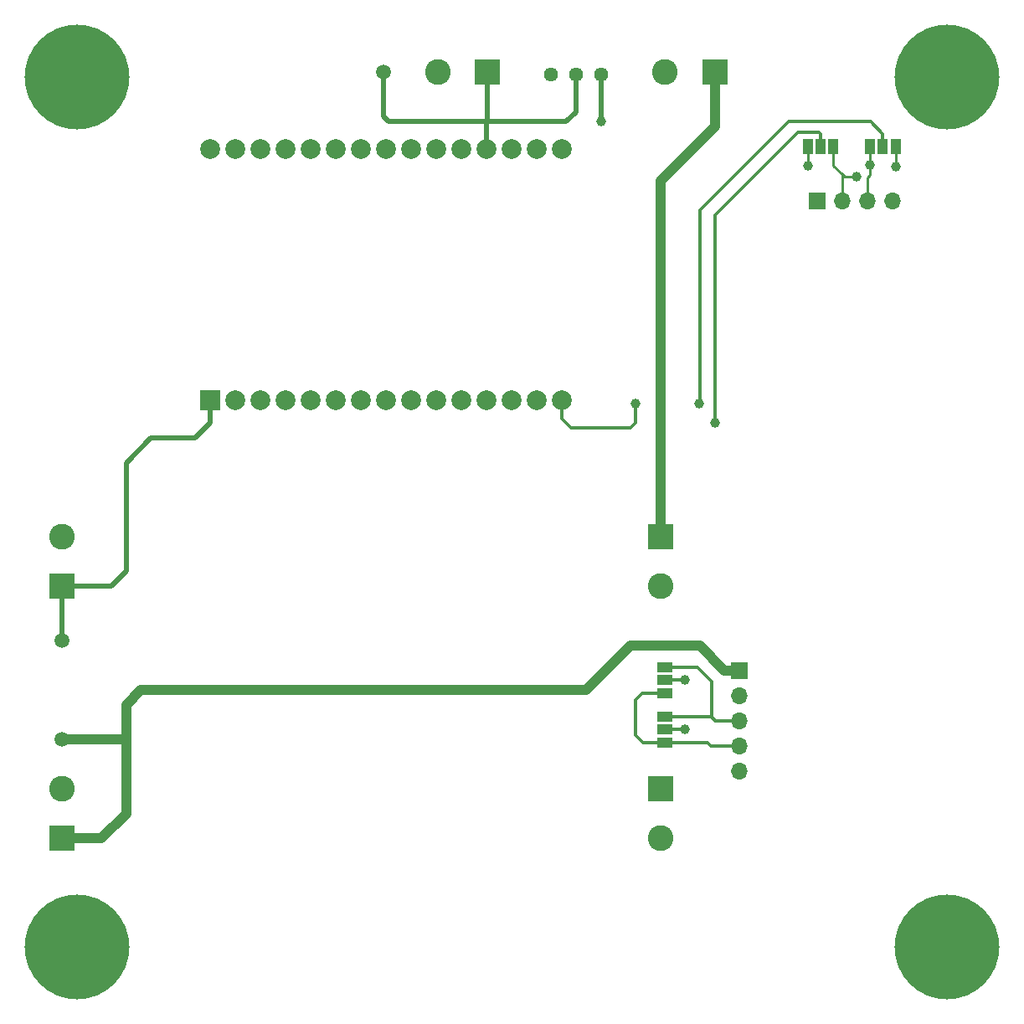
<source format=gbr>
%TF.GenerationSoftware,KiCad,Pcbnew,8.0.7*%
%TF.CreationDate,2025-03-24T14:38:58+07:00*%
%TF.ProjectId,esp32_getstok_testing,65737033-325f-4676-9574-73746f6b5f74,rev?*%
%TF.SameCoordinates,Original*%
%TF.FileFunction,Copper,L1,Top*%
%TF.FilePolarity,Positive*%
%FSLAX46Y46*%
G04 Gerber Fmt 4.6, Leading zero omitted, Abs format (unit mm)*
G04 Created by KiCad (PCBNEW 8.0.7) date 2025-03-24 14:38:58*
%MOMM*%
%LPD*%
G01*
G04 APERTURE LIST*
%TA.AperFunction,ComponentPad*%
%ADD10R,2.600000X2.600000*%
%TD*%
%TA.AperFunction,ComponentPad*%
%ADD11C,2.600000*%
%TD*%
%TA.AperFunction,ComponentPad*%
%ADD12C,10.600000*%
%TD*%
%TA.AperFunction,ComponentPad*%
%ADD13R,2.000000X2.000000*%
%TD*%
%TA.AperFunction,ComponentPad*%
%ADD14C,2.000000*%
%TD*%
%TA.AperFunction,SMDPad,CuDef*%
%ADD15C,1.500000*%
%TD*%
%TA.AperFunction,ComponentPad*%
%ADD16R,1.700000X1.700000*%
%TD*%
%TA.AperFunction,ComponentPad*%
%ADD17O,1.700000X1.700000*%
%TD*%
%TA.AperFunction,SMDPad,CuDef*%
%ADD18R,1.000000X1.500000*%
%TD*%
%TA.AperFunction,ComponentPad*%
%ADD19C,1.440000*%
%TD*%
%TA.AperFunction,SMDPad,CuDef*%
%ADD20R,1.500000X1.000000*%
%TD*%
%TA.AperFunction,ViaPad*%
%ADD21C,1.000000*%
%TD*%
%TA.AperFunction,Conductor*%
%ADD22C,0.300000*%
%TD*%
%TA.AperFunction,Conductor*%
%ADD23C,0.254000*%
%TD*%
%TA.AperFunction,Conductor*%
%ADD24C,0.500000*%
%TD*%
%TA.AperFunction,Conductor*%
%ADD25C,1.000000*%
%TD*%
G04 APERTURE END LIST*
D10*
%TO.P,J1,1,Pin_1*%
%TO.N,/Vin*%
X235500000Y-55500000D03*
D11*
%TO.P,J1,2,Pin_2*%
%TO.N,GND*%
X230500000Y-55500000D03*
%TD*%
D12*
%TO.P,H7,1,1*%
%TO.N,GND*%
X259000000Y-144000000D03*
%TD*%
%TO.P,H8,1,1*%
%TO.N,GND*%
X171000000Y-144000000D03*
%TD*%
D10*
%TO.P,J6,1,Pin_1*%
%TO.N,+4V*%
X169500000Y-133000000D03*
D11*
%TO.P,J6,2,Pin_2*%
%TO.N,GND*%
X169500000Y-128000000D03*
%TD*%
D10*
%TO.P,J9,1,Pin_1*%
%TO.N,+3.3V*%
X169500000Y-107500000D03*
D11*
%TO.P,J9,2,Pin_2*%
%TO.N,GND*%
X169500000Y-102500000D03*
%TD*%
D10*
%TO.P,J8,1,Pin_1*%
%TO.N,/Vin*%
X230000000Y-102500000D03*
D11*
%TO.P,J8,2,Pin_2*%
%TO.N,GND*%
X230000000Y-107500000D03*
%TD*%
D13*
%TO.P,U1,1,3V3*%
%TO.N,+3.3V*%
X184485000Y-88700000D03*
D14*
%TO.P,U1,2,GND*%
%TO.N,GND*%
X187025000Y-88700000D03*
%TO.P,U1,3,D15*%
%TO.N,unconnected-(U1-D15-Pad3)*%
X189565000Y-88700000D03*
%TO.P,U1,4,D2*%
%TO.N,unconnected-(U1-D2-Pad4)*%
X192105000Y-88700000D03*
%TO.P,U1,5,D4*%
%TO.N,unconnected-(U1-D4-Pad5)*%
X194645000Y-88700000D03*
%TO.P,U1,6,RX2*%
%TO.N,/RX2*%
X197185000Y-88700000D03*
%TO.P,U1,7,TX2*%
%TO.N,/TX2*%
X199725000Y-88700000D03*
%TO.P,U1,8,D5*%
%TO.N,unconnected-(U1-D5-Pad8)*%
X202265000Y-88700000D03*
%TO.P,U1,9,D18*%
%TO.N,unconnected-(U1-D18-Pad9)*%
X204805000Y-88700000D03*
%TO.P,U1,10,D19*%
%TO.N,unconnected-(U1-D19-Pad10)*%
X207345000Y-88700000D03*
%TO.P,U1,11,D21*%
%TO.N,unconnected-(U1-D21-Pad11)*%
X209885000Y-88700000D03*
%TO.P,U1,12,RX0*%
%TO.N,unconnected-(U1-RX0-Pad12)*%
X212425000Y-88700000D03*
%TO.P,U1,13,TX0*%
%TO.N,unconnected-(U1-TX0-Pad13)*%
X214965000Y-88700000D03*
%TO.P,U1,14,D22*%
%TO.N,/GPIO22*%
X217505000Y-88700000D03*
%TO.P,U1,15,D23*%
%TO.N,/GPIO23*%
X220045000Y-88700000D03*
%TO.P,U1,16,EN*%
%TO.N,unconnected-(U1-EN-Pad16)*%
X220045000Y-63300000D03*
%TO.P,U1,17,VP*%
%TO.N,unconnected-(U1-VP-Pad17)*%
X217505000Y-63300000D03*
%TO.P,U1,18,VN*%
%TO.N,unconnected-(U1-VN-Pad18)*%
X214965000Y-63300000D03*
%TO.P,U1,19,D34*%
%TO.N,/ADC_IN*%
X212425000Y-63300000D03*
%TO.P,U1,20,D35*%
%TO.N,unconnected-(U1-D35-Pad20)*%
X209885000Y-63300000D03*
%TO.P,U1,21,D32*%
%TO.N,unconnected-(U1-D32-Pad21)*%
X207345000Y-63300000D03*
%TO.P,U1,22,D33*%
%TO.N,unconnected-(U1-D33-Pad22)*%
X204805000Y-63300000D03*
%TO.P,U1,23,D25*%
%TO.N,unconnected-(U1-D25-Pad23)*%
X202265000Y-63300000D03*
%TO.P,U1,24,D26*%
%TO.N,unconnected-(U1-D26-Pad24)*%
X199725000Y-63300000D03*
%TO.P,U1,25,D27*%
%TO.N,unconnected-(U1-D27-Pad25)*%
X197185000Y-63300000D03*
%TO.P,U1,26,D14*%
%TO.N,unconnected-(U1-D14-Pad26)*%
X194645000Y-63300000D03*
%TO.P,U1,27,D12*%
%TO.N,unconnected-(U1-D12-Pad27)*%
X192105000Y-63300000D03*
%TO.P,U1,28,D13*%
%TO.N,unconnected-(U1-D13-Pad28)*%
X189565000Y-63300000D03*
%TO.P,U1,29,GND*%
%TO.N,GND*%
X187025000Y-63300000D03*
%TO.P,U1,30,VIN*%
%TO.N,unconnected-(U1-VIN-Pad30)*%
X184485000Y-63300000D03*
%TD*%
D15*
%TO.P,TP3,1,1*%
%TO.N,+4V*%
X169500000Y-123000000D03*
%TD*%
D10*
%TO.P,J4,1,Pin_1*%
%TO.N,/Vin*%
X230000000Y-128000000D03*
D11*
%TO.P,J4,2,Pin_2*%
%TO.N,GND*%
X230000000Y-133000000D03*
%TD*%
D16*
%TO.P,J7,1,Pin_1*%
%TO.N,+3.3V*%
X245880000Y-68500000D03*
D17*
%TO.P,J7,2,Pin_2*%
%TO.N,/RX_GPS*%
X248420000Y-68500000D03*
%TO.P,J7,3,Pin_3*%
%TO.N,/TX_GPS*%
X250960000Y-68500000D03*
%TO.P,J7,4,Pin_4*%
%TO.N,GND*%
X253500000Y-68500000D03*
%TD*%
D18*
%TO.P,JP4,1,A*%
%TO.N,/TX_GPS*%
X251200000Y-63000000D03*
%TO.P,JP4,2,C*%
%TO.N,/GPIO23*%
X252500000Y-63000000D03*
%TO.P,JP4,3,B*%
%TO.N,/RX_GPS*%
X253800000Y-63000000D03*
%TD*%
D19*
%TO.P,RV1,1,1*%
%TO.N,+3.3V*%
X224000000Y-55725000D03*
%TO.P,RV1,2,2*%
%TO.N,/ADC_IN*%
X221460000Y-55725000D03*
%TO.P,RV1,3,3*%
%TO.N,unconnected-(RV1-Pad3)*%
X218920000Y-55725000D03*
%TD*%
D10*
%TO.P,J2,1,Pin_1*%
%TO.N,/ADC_IN*%
X212500000Y-55500000D03*
D11*
%TO.P,J2,2,Pin_2*%
%TO.N,GND*%
X207500000Y-55500000D03*
%TD*%
D18*
%TO.P,JP3,1,A*%
%TO.N,/TX_GPS*%
X244900000Y-63000000D03*
%TO.P,JP3,2,C*%
%TO.N,/GPIO22*%
X246200000Y-63000000D03*
%TO.P,JP3,3,B*%
%TO.N,/RX_GPS*%
X247500000Y-63000000D03*
%TD*%
D15*
%TO.P,TP2,1,1*%
%TO.N,+3.3V*%
X169500000Y-113000000D03*
%TD*%
%TO.P,TP1,1,1*%
%TO.N,/ADC_IN*%
X202000000Y-55500000D03*
%TD*%
D16*
%TO.P,J10,1,Pin_1*%
%TO.N,+4V*%
X238000000Y-116000000D03*
D17*
%TO.P,J10,2,Pin_2*%
%TO.N,unconnected-(J10-Pin_2-Pad2)*%
X238000000Y-118540000D03*
%TO.P,J10,3,Pin_3*%
%TO.N,/RX_SIM*%
X238000000Y-121080000D03*
%TO.P,J10,4,Pin_4*%
%TO.N,/TX_SIM*%
X238000000Y-123620000D03*
%TO.P,J10,5,Pin_5*%
%TO.N,GND*%
X238000000Y-126160000D03*
%TD*%
D12*
%TO.P,H5,1,1*%
%TO.N,GND*%
X171000000Y-56000000D03*
%TD*%
D20*
%TO.P,JP2,1,A*%
%TO.N,/TX_SIM*%
X230500000Y-123300000D03*
%TO.P,JP2,2,C*%
%TO.N,/TX2*%
X230500000Y-122000000D03*
%TO.P,JP2,3,B*%
%TO.N,/RX_SIM*%
X230500000Y-120700000D03*
%TD*%
D12*
%TO.P,H6,1,1*%
%TO.N,GND*%
X259000000Y-56000000D03*
%TD*%
D20*
%TO.P,JP1,1,A*%
%TO.N,/TX_SIM*%
X230500000Y-118300000D03*
%TO.P,JP1,2,C*%
%TO.N,/RX2*%
X230500000Y-117000000D03*
%TO.P,JP1,3,B*%
%TO.N,/RX_SIM*%
X230500000Y-115700000D03*
%TD*%
D21*
%TO.N,/RX2*%
X232500000Y-117000000D03*
%TO.N,/TX2*%
X232500000Y-122000000D03*
%TO.N,/GPIO22*%
X235500000Y-91000000D03*
%TO.N,/GPIO23*%
X233950000Y-89050000D03*
X227500000Y-89050000D03*
%TO.N,/RX_GPS*%
X253800000Y-65100000D03*
X249826333Y-66085000D03*
%TO.N,/TX_GPS*%
X244900000Y-64950000D03*
X251200000Y-64900000D03*
%TO.N,+3.3V*%
X224000000Y-60500000D03*
%TD*%
D22*
%TO.N,/RX2*%
X230500000Y-117000000D02*
X232500000Y-117000000D01*
%TO.N,/TX2*%
X230500000Y-122000000D02*
X232500000Y-122000000D01*
%TO.N,/GPIO22*%
X235500000Y-70000000D02*
X235500000Y-91000000D01*
X246200000Y-61734000D02*
X246058000Y-61592000D01*
X246058000Y-61592000D02*
X243908000Y-61592000D01*
X246200000Y-63000000D02*
X246200000Y-61734000D01*
X243908000Y-61592000D02*
X235500000Y-70000000D01*
%TO.N,/GPIO23*%
X233950000Y-89050000D02*
X234000000Y-89000000D01*
X243000000Y-60500000D02*
X251266000Y-60500000D01*
X234000000Y-89000000D02*
X234000000Y-69500000D01*
X251266000Y-60500000D02*
X252500000Y-61734000D01*
X252500000Y-61734000D02*
X252500000Y-63000000D01*
X234000000Y-69500000D02*
X243000000Y-60500000D01*
X227500000Y-89050000D02*
X227500000Y-91000000D01*
D23*
%TO.N,/RX_GPS*%
X253800000Y-65100000D02*
X253800000Y-63000000D01*
X248420000Y-65870000D02*
X248635000Y-66085000D01*
X248635000Y-66085000D02*
X249826333Y-66085000D01*
X248420000Y-65870000D02*
X248420000Y-68500000D01*
X247500000Y-64950000D02*
X248420000Y-65870000D01*
X247500000Y-63000000D02*
X247500000Y-64950000D01*
%TO.N,/TX_GPS*%
X250960000Y-66140000D02*
X250960000Y-68500000D01*
X251200000Y-65900000D02*
X250960000Y-66140000D01*
X251200000Y-64900000D02*
X251200000Y-65900000D01*
X251200000Y-64900000D02*
X251200000Y-63000000D01*
X244900000Y-63000000D02*
X244900000Y-64950000D01*
D24*
%TO.N,+3.3V*%
X224000000Y-55725000D02*
X224000000Y-60500000D01*
D25*
%TO.N,/Vin*%
X230000000Y-66500000D02*
X230000000Y-102500000D01*
X235500000Y-61000000D02*
X230000000Y-66500000D01*
X235500000Y-55500000D02*
X235500000Y-61000000D01*
D24*
%TO.N,/ADC_IN*%
X220500000Y-60500000D02*
X221460000Y-59540000D01*
X202000000Y-55500000D02*
X202000000Y-60000000D01*
X212500000Y-60500000D02*
X220500000Y-60500000D01*
X202000000Y-60000000D02*
X202500000Y-60500000D01*
X212500000Y-60500000D02*
X212425000Y-60575000D01*
X212425000Y-60575000D02*
X212425000Y-63300000D01*
X221460000Y-59540000D02*
X221460000Y-55725000D01*
X212500000Y-60500000D02*
X212500000Y-55500000D01*
X202500000Y-60500000D02*
X212500000Y-60500000D01*
%TO.N,+3.3V*%
X184485000Y-91015000D02*
X184485000Y-88700000D01*
X174500000Y-107500000D02*
X176000000Y-106000000D01*
X178500000Y-92500000D02*
X183000000Y-92500000D01*
X183000000Y-92500000D02*
X184485000Y-91015000D01*
X169500000Y-107500000D02*
X174500000Y-107500000D01*
X169500000Y-107500000D02*
X169500000Y-113000000D01*
X176000000Y-95000000D02*
X178500000Y-92500000D01*
X176000000Y-106000000D02*
X176000000Y-95000000D01*
D22*
%TO.N,/RX_SIM*%
X231767246Y-115701246D02*
X233767617Y-115701246D01*
X235200000Y-120700000D02*
X230500000Y-120700000D01*
X238000000Y-121080000D02*
X235580000Y-121080000D01*
X231766000Y-115700000D02*
X231767246Y-115701246D01*
X230500000Y-115700000D02*
X231766000Y-115700000D01*
X235200000Y-117133629D02*
X235200000Y-120700000D01*
X235580000Y-121080000D02*
X235200000Y-120700000D01*
X233767617Y-115701246D02*
X235200000Y-117133629D01*
D25*
%TO.N,+4V*%
X234000000Y-113500000D02*
X227000000Y-113500000D01*
X176000000Y-119500000D02*
X176000000Y-123000000D01*
X222500000Y-118000000D02*
X177500000Y-118000000D01*
X169500000Y-123000000D02*
X176000000Y-123000000D01*
X227000000Y-113500000D02*
X222500000Y-118000000D01*
X177500000Y-118000000D02*
X176000000Y-119500000D01*
X176000000Y-123000000D02*
X176000000Y-130500000D01*
X238000000Y-116000000D02*
X236500000Y-116000000D01*
X176000000Y-130500000D02*
X173500000Y-133000000D01*
X236500000Y-116000000D02*
X234000000Y-113500000D01*
X173500000Y-133000000D02*
X169500000Y-133000000D01*
D22*
%TO.N,/TX_SIM*%
X227500000Y-122533730D02*
X227500000Y-119000000D01*
X238000000Y-123620000D02*
X235110539Y-123620000D01*
X228200000Y-118300000D02*
X230500000Y-118300000D01*
X230500000Y-123300000D02*
X228266270Y-123300000D01*
X227500000Y-119000000D02*
X228200000Y-118300000D01*
X235110539Y-123620000D02*
X234790539Y-123300000D01*
X228266270Y-123300000D02*
X227500000Y-122533730D01*
X234790539Y-123300000D02*
X230500000Y-123300000D01*
%TO.N,/GPIO23*%
X221000000Y-91500000D02*
X220045000Y-90545000D01*
X220045000Y-90545000D02*
X220045000Y-88700000D01*
X227500000Y-91000000D02*
X227000000Y-91500000D01*
X227000000Y-91500000D02*
X221000000Y-91500000D01*
X227500000Y-89000000D02*
X227500000Y-89050000D01*
%TD*%
M02*

</source>
